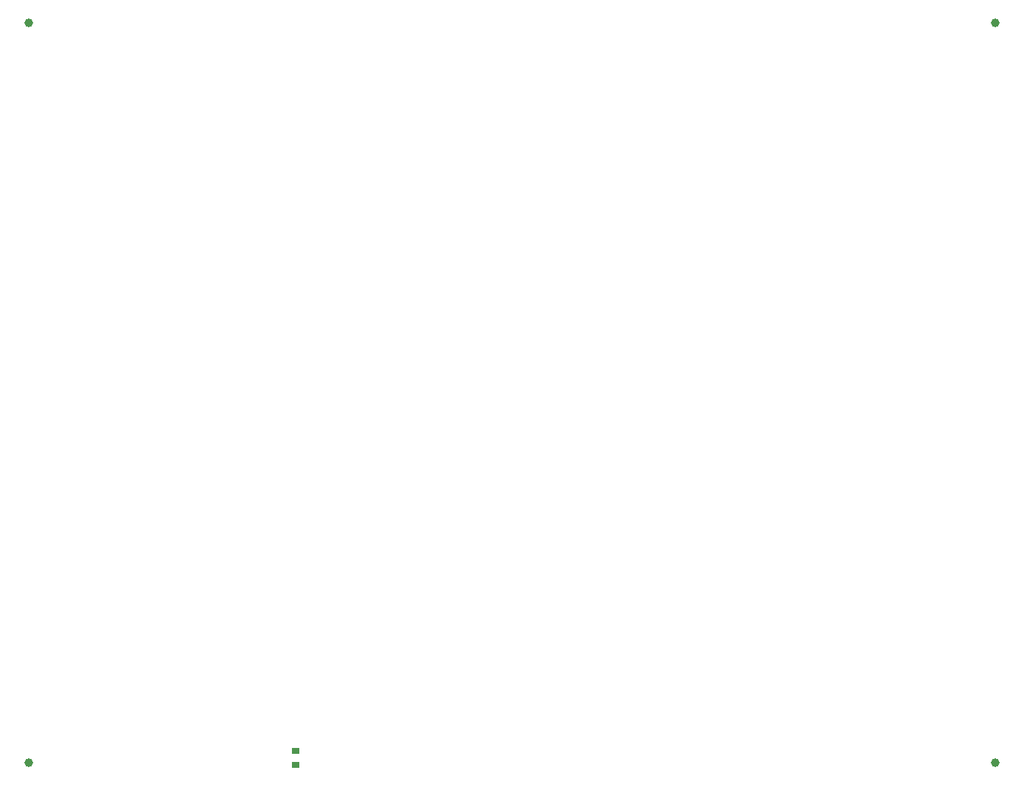
<source format=gbp>
%FSLAX25Y25*%
%MOIN*%
G70*
G01*
G75*
G04 Layer_Color=128*
%ADD10C,0.00900*%
%ADD11C,0.00800*%
%ADD12C,0.01500*%
%ADD13C,0.03000*%
%ADD14C,0.05000*%
%ADD15C,0.01200*%
%ADD16C,0.02500*%
%ADD17C,0.02000*%
%ADD18C,0.04000*%
%ADD19R,0.02362X0.02756*%
%ADD20R,0.02756X0.02362*%
%ADD21O,0.05906X0.00984*%
%ADD22O,0.00984X0.05906*%
%ADD23R,0.06693X0.05512*%
%ADD24R,0.04331X0.05118*%
%ADD25O,0.06299X0.02362*%
%ADD26R,0.18898X0.17716*%
%ADD27R,0.06299X0.10630*%
%ADD28R,0.04331X0.03150*%
%ADD29R,0.02800X0.03500*%
%ADD30O,0.01969X0.06299*%
%ADD31R,0.01969X0.06299*%
%ADD32R,0.04331X0.05906*%
G04:AMPARAMS|DCode=33|XSize=157.48mil|YSize=196.85mil|CornerRadius=39.37mil|HoleSize=0mil|Usage=FLASHONLY|Rotation=180.000|XOffset=0mil|YOffset=0mil|HoleType=Round|Shape=RoundedRectangle|*
%AMROUNDEDRECTD33*
21,1,0.15748,0.11811,0,0,180.0*
21,1,0.07874,0.19685,0,0,180.0*
1,1,0.07874,-0.03937,0.05906*
1,1,0.07874,0.03937,0.05906*
1,1,0.07874,0.03937,-0.05906*
1,1,0.07874,-0.03937,-0.05906*
%
%ADD33ROUNDEDRECTD33*%
%ADD34R,0.04724X0.03150*%
%ADD35R,0.03150X0.02362*%
%ADD36R,0.02362X0.03150*%
%ADD37R,0.03937X0.10236*%
%ADD38R,0.03500X0.02800*%
%ADD39R,0.03543X0.05512*%
%ADD40R,0.08661X0.05512*%
%ADD41R,0.05118X0.03150*%
%ADD42R,0.11024X0.08268*%
%ADD43R,0.03543X0.05906*%
%ADD44R,0.10236X0.03937*%
%ADD45R,0.05512X0.06693*%
%ADD46R,0.05118X0.04331*%
%ADD47R,0.03150X0.04724*%
%ADD48R,0.12598X0.07874*%
%ADD49C,0.03937*%
%ADD50C,0.06500*%
%ADD51R,0.36600X0.13000*%
%ADD52R,0.04900X0.04900*%
%ADD53R,0.03000X0.05000*%
%ADD54R,0.12000X0.05500*%
%ADD55R,0.05500X0.10500*%
%ADD56R,0.05000X0.03000*%
%ADD57R,0.06200X0.41500*%
%ADD58R,0.07200X0.03100*%
%ADD59R,0.36000X0.13000*%
%ADD60R,0.06300X0.12400*%
%ADD61R,0.07700X0.12400*%
%ADD62C,0.25590*%
%ADD63C,0.10630*%
%ADD64O,0.07480X0.06299*%
%ADD65C,0.11811*%
%ADD66C,0.07874*%
%ADD67C,0.02362*%
%ADD68R,0.06400X0.04400*%
%ADD69R,0.06400X0.12400*%
%ADD70R,0.07200X0.02400*%
%ADD71R,0.02400X0.07200*%
%ADD72R,0.36700X0.13000*%
%ADD73C,0.07000*%
%ADD74C,0.06400*%
%ADD75C,0.06000*%
%ADD76R,0.68300X0.12400*%
%ADD77C,0.00787*%
%ADD78C,0.01000*%
%ADD79C,0.00984*%
%ADD80C,0.00394*%
%ADD81C,0.00500*%
%ADD82C,0.00591*%
%ADD83C,0.01181*%
%ADD84C,0.00460*%
%ADD85R,0.03162X0.03556*%
%ADD86R,0.03556X0.03162*%
%ADD87O,0.06706X0.01784*%
%ADD88O,0.01784X0.06706*%
%ADD89R,0.07493X0.06312*%
%ADD90R,0.05131X0.05918*%
%ADD91O,0.07099X0.03162*%
%ADD92R,0.19698X0.18517*%
%ADD93R,0.07099X0.11430*%
%ADD94R,0.05131X0.03950*%
%ADD95R,0.03600X0.04300*%
%ADD96O,0.02769X0.07099*%
%ADD97R,0.02769X0.07099*%
%ADD98R,0.05131X0.06706*%
G04:AMPARAMS|DCode=99|XSize=165.48mil|YSize=204.85mil|CornerRadius=43.37mil|HoleSize=0mil|Usage=FLASHONLY|Rotation=180.000|XOffset=0mil|YOffset=0mil|HoleType=Round|Shape=RoundedRectangle|*
%AMROUNDEDRECTD99*
21,1,0.16548,0.11811,0,0,180.0*
21,1,0.07874,0.20485,0,0,180.0*
1,1,0.08674,-0.03937,0.05906*
1,1,0.08674,0.03937,0.05906*
1,1,0.08674,0.03937,-0.05906*
1,1,0.08674,-0.03937,-0.05906*
%
%ADD99ROUNDEDRECTD99*%
%ADD100R,0.05524X0.03950*%
%ADD101R,0.03950X0.03162*%
%ADD102R,0.03162X0.03950*%
%ADD103R,0.04737X0.11036*%
%ADD104R,0.04300X0.03600*%
%ADD105R,0.04343X0.06312*%
%ADD106R,0.09461X0.06312*%
%ADD107R,0.05918X0.03950*%
%ADD108R,0.11824X0.09068*%
%ADD109R,0.04343X0.06706*%
%ADD110R,0.11036X0.04737*%
%ADD111R,0.06312X0.07493*%
%ADD112R,0.05918X0.05131*%
%ADD113R,0.03950X0.05524*%
%ADD114R,0.13398X0.08674*%
%ADD115C,0.04737*%
%ADD116C,0.26391*%
%ADD117C,0.11430*%
%ADD118O,0.08280X0.07099*%
%ADD119C,0.12611*%
%ADD120C,0.08674*%
D38*
X105000Y-162499D02*
D03*
Y-156200D02*
D03*
D49*
X-15748Y173228D02*
D03*
X421260D02*
D03*
X-15748Y-161417D02*
D03*
X421260D02*
D03*
M02*

</source>
